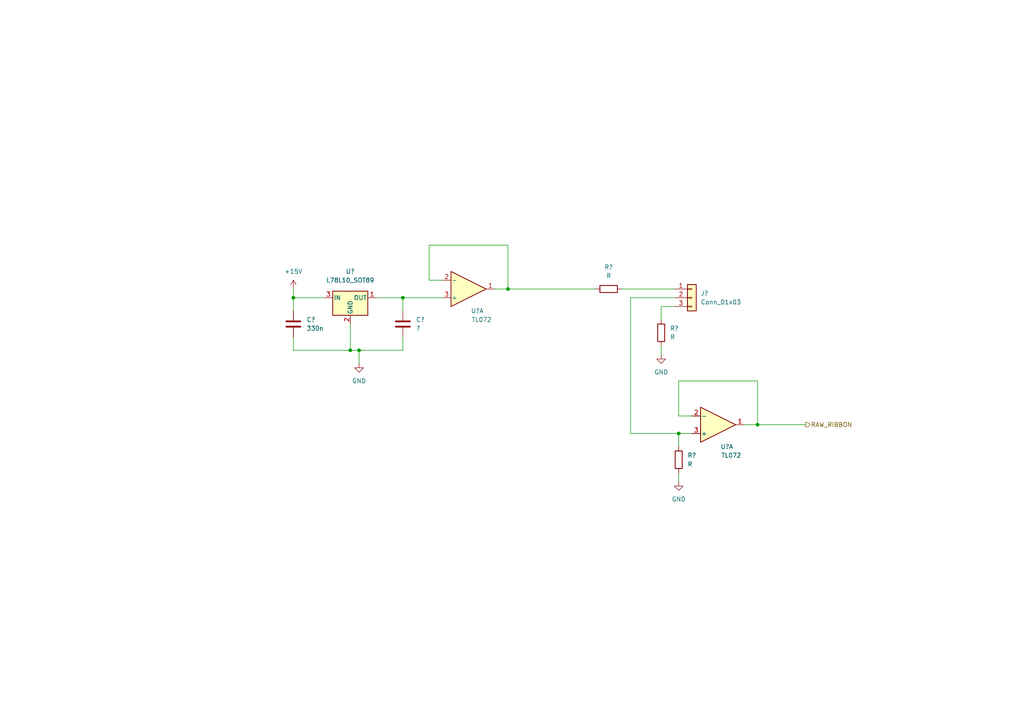
<source format=kicad_sch>
(kicad_sch (version 20211123) (generator eeschema)
  (paper "A4")
  (title_block (title "Josh Ox Ribbon Synth Ribbon board") (date "2022-06-16") (rev "0") (comment 1 "creativecommons.org/licences/by/4.0") (comment 2 "license: CC by 4.0") (comment 3 "Author: Jordan Aceto"))
  (lib_symbols
    (symbol "Amplifier_Operational:TL072" (pin_names (offset 0.127))
      (property "Reference" "U" (at 0 5.08 0))
      (property "Value" "TL072" (at 0 -5.08 0))
      (symbol "TL072_1_1"
        (polyline (pts (xy -5.08 5.08) (xy 5.08 0) (xy -5.08 -5.08) (xy -5.08 5.08)) (stroke (width 0.254)) (fill (type background)))
        (pin output line (at 7.62 0 180) (length 2.54) (name "~") (number "1"))
        (pin input line (at -7.62 -2.54 0) (length 2.54) (name "-") (number "2"))
        (pin input line (at -7.62 2.54 0) (length 2.54) (name "+") (number "3"))
      )
      (symbol "TL072_2_1"
        (polyline (pts (xy -5.08 5.08) (xy 5.08 0) (xy -5.08 -5.08) (xy -5.08 5.08)) (stroke (width 0.254)) (fill (type background)))
        (pin input line (at -7.62 2.54 0) (length 2.54) (name "+") (number "5"))
        (pin input line (at -7.62 -2.54 0) (length 2.54) (name "-") (number "6"))
        (pin output line (at 7.62 0 180) (length 2.54) (name "~") (number "7"))
      )
      (symbol "TL072_3_1"
        (pin power_in line (at -2.54 -7.62 90) (length 3.81) (name "V-") (number "4"))
        (pin power_in line (at -2.54 7.62 270) (length 3.81) (name "V+") (number "8"))
      )
    )
    (symbol "Connector_Generic:Conn_01x03" (pin_names (offset 1.016) hide)
      (property "Reference" "J" (at 0 5.08 0))
      (property "Value" "Conn_01x03" (at 0 -5.08 0))
      (symbol "Conn_01x03_1_1"
        (rectangle (start -1.27 -2.413) (end 0 -2.667) (stroke (width 0.1524)))
        (rectangle (start -1.27 0.127) (end 0 -0.127) (stroke (width 0.1524)))
        (rectangle (start -1.27 2.667) (end 0 2.413) (stroke (width 0.1524)))
        (rectangle (start -1.27 3.81) (end 1.27 -3.81) (stroke (width 0.254)) (fill (type background)))
        (pin passive line (at -5.08 2.54 0) (length 3.81) (name "Pin_1") (number "1"))
        (pin passive line (at -5.08 0 0) (length 3.81) (name "Pin_2") (number "2"))
        (pin passive line (at -5.08 -2.54 0) (length 3.81) (name "Pin_3") (number "3"))
      )
    )
    (symbol "Device:C" (pin_numbers hide) (pin_names (offset 0.254))
      (property "Reference" "C" (at 0.635 2.54 0))
      (property "Value" "C" (at 0.635 -2.54 0))
      (symbol "C_0_1"
        (polyline (pts (xy -2.032 -0.762) (xy 2.032 -0.762)) (stroke (width 0.508)))
        (polyline (pts (xy -2.032 0.762) (xy 2.032 0.762)) (stroke (width 0.508)))
      )
      (symbol "C_1_1"
        (pin passive line (at 0 3.81 270) (length 2.794) (name "~") (number "1"))
        (pin passive line (at 0 -3.81 90) (length 2.794) (name "~") (number "2"))
      )
    )
    (symbol "Device:R" (pin_numbers hide) (pin_names (offset 0))
      (property "Reference" "R" (at 2.032 0 90))
      (property "Value" "R" (at 0 0 90))
      (symbol "R_0_1"
        (rectangle (start -1.016 -2.54) (end 1.016 2.54) (stroke (width 0.254)))
      )
      (symbol "R_1_1"
        (pin passive line (at 0 3.81 270) (length 1.27) (name "~") (number "1"))
        (pin passive line (at 0 -3.81 90) (length 1.27) (name "~") (number "2"))
      )
    )
    (symbol "Regulator_Linear:L78L10_SOT89" (pin_names (offset 0.254))
      (property "Reference" "U" (at -3.81 3.175 0))
      (property "Value" "L78L10_SOT89" (at -0.635 3.175 0))
      (symbol "L78L10_SOT89_0_1"
        (rectangle (start -5.08 1.905) (end 5.08 -5.08) (stroke (width 0.254)) (fill (type background)))
      )
      (symbol "L78L10_SOT89_1_1"
        (pin power_out line (at 7.62 0 180) (length 2.54) (name "OUT") (number "1"))
        (pin power_in line (at 0 -7.62 90) (length 2.54) (name "GND") (number "2"))
        (pin power_in line (at -7.62 0 0) (length 2.54) (name "IN") (number "3"))
      )
    )
    (symbol "power:+15V" (power) (pin_names (offset 0))
      (property "Value" "+15V" (at 0 3.556 0))
      (symbol "+15V_0_1"
        (polyline (pts (xy -0.762 1.27) (xy 0 2.54)))
        (polyline (pts (xy 0 0) (xy 0 2.54)))
        (polyline (pts (xy 0 2.54) (xy 0.762 1.27)))
      )
      (symbol "+15V_1_1"
        (pin power_in line (at 0 0 90) (length 0) hide (name "+15V") (number "1"))
      )
    )
    (symbol "power:GND" (power) (pin_names (offset 0))
      (property "Value" "GND" (at 0 -3.81 0))
      (symbol "GND_0_1"
        (polyline (pts (xy 0 0) (xy 0 -1.27) (xy 1.27 -1.27) (xy 0 -2.54) (xy -1.27 -1.27) (xy 0 -1.27)))
      )
      (symbol "GND_1_1"
        (pin power_in line (at 0 0 270) (length 0) hide (name "GND") (number "1"))
      )
    )
  )
  (junction (at 101.6 101.6))
  (junction (at 147.32 83.82))
  (junction (at 85.09 86.36))
  (junction (at 116.84 86.36))
  (junction (at 219.71 123.19))
  (junction (at 104.14 101.6))
  (junction (at 196.85 125.73))
  (wire (pts (xy 182.88 86.36) (xy 182.88 125.73)))
  (wire (pts (xy 93.98 86.36) (xy 85.09 86.36)))
  (wire (pts (xy 85.09 101.6) (xy 101.6 101.6)))
  (wire (pts (xy 200.66 120.65) (xy 196.85 120.65)))
  (wire (pts (xy 180.34 83.82) (xy 195.58 83.82)))
  (wire (pts (xy 147.32 83.82) (xy 172.72 83.82)))
  (wire (pts (xy 196.85 110.49) (xy 219.71 110.49)))
  (wire (pts (xy 195.58 86.36) (xy 182.88 86.36)))
  (wire (pts (xy 191.77 88.9) (xy 195.58 88.9)))
  (wire (pts (xy 196.85 137.16) (xy 196.85 139.7)))
  (wire (pts (xy 147.32 71.12) (xy 147.32 83.82)))
  (wire (pts (xy 85.09 83.82) (xy 85.09 86.36)))
  (wire (pts (xy 219.71 123.19) (xy 233.68 123.19)))
  (wire (pts (xy 116.84 101.6) (xy 116.84 97.79)))
  (wire (pts (xy 85.09 97.79) (xy 85.09 101.6)))
  (wire (pts (xy 104.14 101.6) (xy 104.14 105.41)))
  (wire (pts (xy 196.85 120.65) (xy 196.85 110.49)))
  (wire (pts (xy 124.46 81.28) (xy 124.46 71.12)))
  (wire (pts (xy 147.32 83.82) (xy 143.51 83.82)))
  (wire (pts (xy 219.71 123.19) (xy 215.9 123.19)))
  (wire (pts (xy 191.77 100.33) (xy 191.77 102.87)))
  (wire (pts (xy 124.46 71.12) (xy 147.32 71.12)))
  (wire (pts (xy 116.84 86.36) (xy 109.22 86.36)))
  (wire (pts (xy 101.6 93.98) (xy 101.6 101.6)))
  (wire (pts (xy 104.14 101.6) (xy 116.84 101.6)))
  (wire (pts (xy 101.6 101.6) (xy 104.14 101.6)))
  (wire (pts (xy 116.84 90.17) (xy 116.84 86.36)))
  (wire (pts (xy 196.85 125.73) (xy 200.66 125.73)))
  (wire (pts (xy 219.71 110.49) (xy 219.71 123.19)))
  (wire (pts (xy 116.84 86.36) (xy 128.27 86.36)))
  (wire (pts (xy 85.09 86.36) (xy 85.09 90.17)))
  (wire (pts (xy 182.88 125.73) (xy 196.85 125.73)))
  (wire (pts (xy 191.77 92.71) (xy 191.77 88.9)))
  (wire (pts (xy 196.85 129.54) (xy 196.85 125.73)))
  (wire (pts (xy 128.27 81.28) (xy 124.46 81.28)))
  (hierarchical_label "RAW_RIBBON" (shape output) (at 233.68 123.19 0))
  (symbol (lib_id "Device:R") (at 191.77 96.52 0) (unit 1)
    (property "Reference" "R?" (at 194.31 95.2499 0) (effects (justify left)))
    (property "Value" "R" (at 194.31 97.7899 0) (effects (justify left)))
  )
  (symbol (lib_id "Device:C") (at 85.09 93.98 0) (unit 1)
    (property "Reference" "C?" (at 88.9 92.7099 0) (effects (justify left)))
    (property "Value" "330n" (at 88.9 95.2499 0) (effects (justify left)))
  )
  (symbol (lib_id "power:GND") (at 104.14 105.41 0) (unit 1)
    (property "Reference" "#PWR?" (effects hide))
    (property "Value" "GND" (at 104.14 110.49 0))
  )
  (symbol (lib_id "Amplifier_Operational:TL072") (at 135.89 83.82 0) (mirror x) (unit 1)
    (property "Reference" "U?" (at 138.43 90.17 0))
    (property "Value" "TL072" (at 139.7 92.71 0))
    (property "Datasheet" "http://www.ti.com/lit/ds/symlink/tl071.pdf" (effects hide))
  )
  (symbol (lib_id "Device:R") (at 176.53 83.82 90) (unit 1)
    (property "Reference" "R?" (at 176.53 77.47 90))
    (property "Value" "R" (at 176.53 80.01 90))
  )
  (symbol (lib_id "Connector_Generic:Conn_01x03") (at 200.66 86.36 0) (unit 1)
    (property "Reference" "J?" (at 203.2 85.0899 0) (effects (justify left)))
    (property "Value" "Conn_01x03" (at 203.2 87.6299 0) (effects (justify left)))
  )
  (symbol (lib_id "Device:R") (at 196.85 133.35 0) (unit 1)
    (property "Reference" "R?" (at 199.39 132.0799 0) (effects (justify left)))
    (property "Value" "R" (at 199.39 134.6199 0) (effects (justify left)))
  )
  (symbol (lib_id "Device:C") (at 116.84 93.98 0) (unit 1)
    (property "Reference" "C?" (at 120.65 92.7099 0) (effects (justify left)))
    (property "Value" "?" (at 120.65 95.2499 0) (effects (justify left)))
  )
  (symbol (lib_id "power:GND") (at 196.85 139.7 0) (unit 1)
    (property "Reference" "#PWR?" (effects hide))
    (property "Value" "GND" (at 196.85 144.78 0))
  )
  (symbol (lib_id "Amplifier_Operational:TL072") (at 208.28 123.19 0) (mirror x) (unit 1)
    (property "Reference" "U?" (at 210.82 129.54 0))
    (property "Value" "TL072" (at 212.09 132.08 0))
    (property "Datasheet" "http://www.ti.com/lit/ds/symlink/tl071.pdf" (effects hide))
  )
  (symbol (lib_id "power:GND") (at 191.77 102.87 0) (unit 1)
    (property "Reference" "#PWR?" (effects hide))
    (property "Value" "GND" (at 191.77 107.95 0))
  )
  (symbol (lib_id "power:+15V") (at 85.09 83.82 0) (unit 1)
    (property "Reference" "#PWR?" (effects hide))
    (property "Value" "+15V" (at 85.09 78.74 0))
  )
  (symbol (lib_id "Regulator_Linear:L78L10_SOT89") (at 101.6 86.36 0) (unit 1)
    (property "Reference" "U?" (at 101.6 78.74 0))
    (property "Value" "L78L10_SOT89" (at 101.6 81.28 0))
    (property "Footprint" "Package_TO_SOT_SMD:SOT-89-3" (effects hide))
    (property "Datasheet" "http://www.st.com/content/ccc/resource/technical/document/datasheet/15/55/e5/aa/23/5b/43/fd/CD00000446.pdf/files/CD00000446.pdf/jcr:content/translations/en.CD00000446.pdf" (effects hide))
  )
)
</source>
